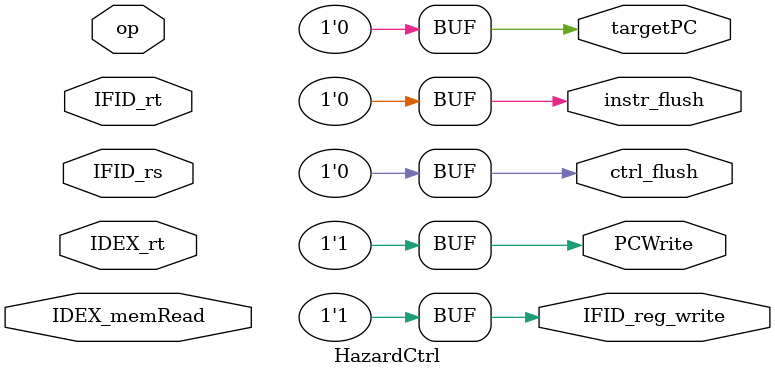
<source format=v>
module HazardCtrl(
    input [6:0] op,
    input [4:0] IDEX_rt,
    input [4:0] IFID_rs,
    input [4:0] IFID_rt,
    input IDEX_memRead,
    output reg PCWrite,
    output reg IFID_reg_write,
    output reg instr_flush,
    output reg ctrl_flush,
    output reg targetPC
);

    always@*begin
        // load use hazard
        if(op==7'b0000011&&IDEX_memRead==1&&(IDEX_rt==IFID_rs||IDEX_rt==IFID_rt))begin
            // stall the pipeline
            ctrl_flush = 1;
            instr_flush = 1;
            IFID_reg_write = 0;
            PCWrite = 0;
            targetPC = 0;
        end else if(op==7'b1100011||op==7'b1101111)begin
            // branch hazard
            // JAL hazard
            targetPC = 1;
            IFID_reg_write = 0;
            ctrl_flush = 1;
            instr_flush = 1;
            PCWrite = 1;
        end begin
            // no hazard
            ctrl_flush = 0;
            instr_flush = 0;
            IFID_reg_write = 1;
            PCWrite = 1;
            targetPC = 0;
        end

    end

endmodule
</source>
